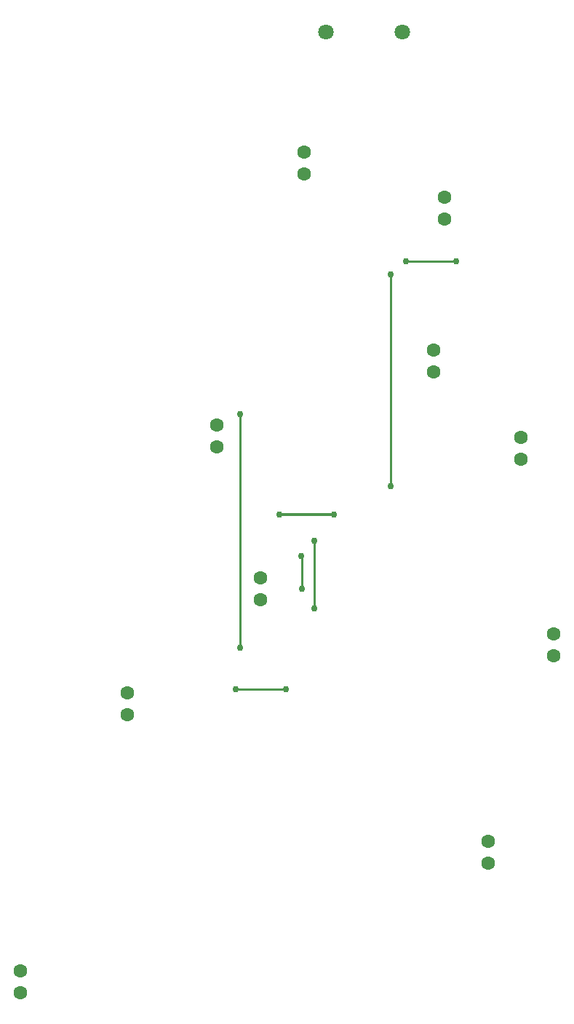
<source format=gbr>
G04 EAGLE Gerber RS-274X export*
G75*
%MOMM*%
%FSLAX34Y34*%
%LPD*%
%INTop Copper*%
%IPPOS*%
%AMOC8*
5,1,8,0,0,1.08239X$1,22.5*%
G01*
%ADD10C,1.800000*%
%ADD11C,1.600000*%
%ADD12C,0.756400*%
%ADD13C,0.254000*%
%ADD14C,0.300000*%


D10*
X470800Y1391500D03*
D11*
X150600Y622800D03*
X150600Y597400D03*
X254900Y934300D03*
X254900Y908900D03*
X646800Y665900D03*
X646800Y691300D03*
X305700Y756500D03*
X305700Y731100D03*
X608700Y894500D03*
X608700Y919900D03*
X519800Y1173900D03*
X519800Y1199300D03*
X356500Y1251800D03*
X356500Y1226400D03*
X570600Y424600D03*
X570600Y450000D03*
X26300Y299300D03*
X26300Y273900D03*
X507100Y996100D03*
X507100Y1021500D03*
D10*
X381900Y1391500D03*
D12*
X533400Y1125220D03*
X474980Y1125220D03*
D13*
X533400Y1125220D01*
D12*
X281940Y675640D03*
D13*
X281940Y947420D01*
D12*
X281940Y947420D03*
X353430Y743850D03*
D13*
X353430Y781950D01*
X353060Y782320D01*
D12*
X353060Y782320D03*
X327660Y830580D03*
X391160Y830580D03*
D14*
X327660Y830580D01*
D12*
X276860Y627380D03*
D13*
X335280Y627380D01*
D12*
X335280Y627380D03*
X368300Y800100D03*
X457200Y863600D03*
D13*
X457200Y1109980D01*
D12*
X457200Y1109980D03*
X368300Y721360D03*
D13*
X368300Y800100D01*
M02*

</source>
